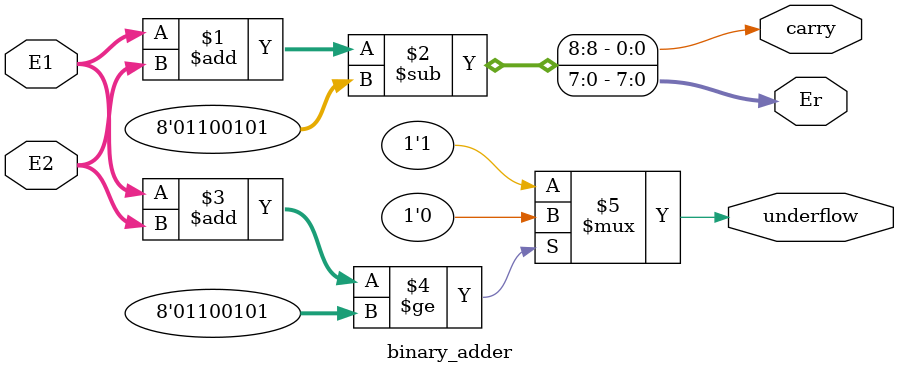
<source format=v>
`timescale 1ns / 1ps
`default_nettype none
module binary_adder(
    input  wire [7:0] E1,
    input  wire [7:0] E2,
    output wire [7:0] Er,
	 output wire       carry,
	 output wire       underflow
    );

	 
assign {carry,Er} = E1 + E2 - 8'd101;
assign underflow = E1+E2 >= 8'd101 ? 1'b0 : 1'b1;	 


endmodule
`resetall 

</source>
